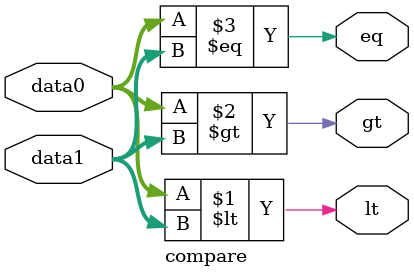
<source format=v>
module compare(data0,data1,lt,gt,eq);
  input [15:0] data0,data1;
  output reg lt,gt,eq;
  
  assign lt = data0 < data1;
  assign gt = data0 > data1;
  assign eq = data0 == data1;
  
endmodule

</source>
